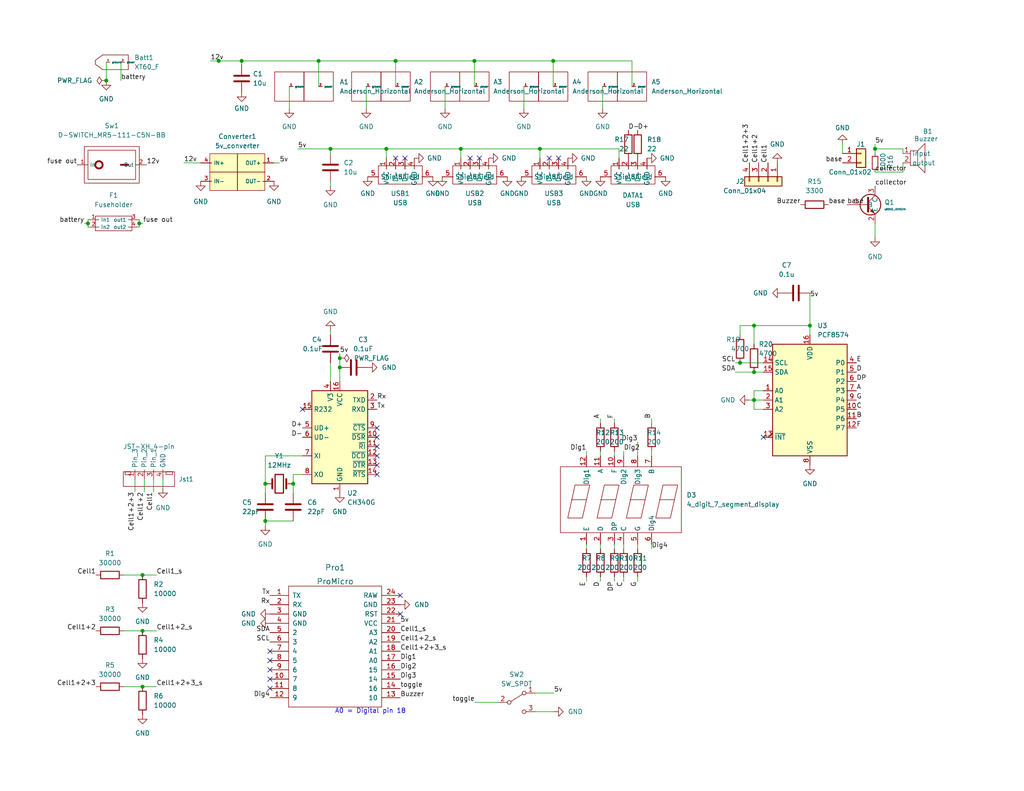
<source format=kicad_sch>
(kicad_sch (version 20230121) (generator eeschema)
  (paper "USLetter")
  (title_block (title "Power Distribution Board") (rev "1") (company "Pioneers in Engineering") (comment 1 "Design By: Justin H."))
  (lib_symbols
    (symbol "5v_converter_1"
      (property "Reference" "U" (at 0 8.5 0))
      (property "Value" "5v_converter_1" (at 0.5 6.5 0))
      (symbol "5v_converter_1_0_0"
        (pin passive line (at 10 2.5 180) (length 3) (name "OUT+") (number "1"))
        (pin passive line (at 10 -2.5 180) (length 3) (name "OUT-") (number "2"))
        (pin passive line (at -10 -2.5 0) (length 3) (name "IN-") (number "3"))
        (pin passive line (at -10 2.5 0) (length 3) (name "IN+") (number "4"))
      )
      (symbol "5v_converter_1_0_1"
        (rectangle (start 0 0) (end -7.5 -5) (fill (type background)))
        (rectangle (start 0 0) (end 7.5 -5) (fill (type background)))
        (rectangle (start 0 5) (end -7.5 0) (fill (type background)))
        (rectangle (start 0 5) (end 7.5 0) (fill (type background)))
      )
    )
    (symbol "Connector_Generic:Conn_01x02" (pin_names (offset 1.016) hide)
      (property "Reference" "J" (at 0 2.54 0))
      (property "Value" "Conn_01x02" (at 0 -5.08 0))
      (symbol "Conn_01x02_1_1"
        (rectangle (start -1.27 -2.413) (end 0 -2.667) (stroke (width 0.1524)))
        (rectangle (start -1.27 0.127) (end 0 -0.127) (stroke (width 0.1524)))
        (rectangle (start -1.27 1.27) (end 1.27 -3.81) (stroke (width 0.254)) (fill (type background)))
        (pin passive line (at -5.08 0 0) (length 3.81) (name "Pin_1") (number "1"))
        (pin passive line (at -5.08 -2.54 0) (length 3.81) (name "Pin_2") (number "2"))
      )
    )
    (symbol "Connector_Generic:Conn_01x04" (pin_names (offset 1.016) hide)
      (property "Reference" "J" (at 0 5.08 0))
      (property "Value" "Conn_01x04" (at 0 -7.62 0))
      (symbol "Conn_01x04_1_1"
        (rectangle (start -1.27 -4.953) (end 0 -5.207) (stroke (width 0.1524)))
        (rectangle (start -1.27 -2.413) (end 0 -2.667) (stroke (width 0.1524)))
        (rectangle (start -1.27 0.127) (end 0 -0.127) (stroke (width 0.1524)))
        (rectangle (start -1.27 2.667) (end 0 2.413) (stroke (width 0.1524)))
        (rectangle (start -1.27 3.81) (end 1.27 -6.35) (stroke (width 0.254)) (fill (type background)))
        (pin passive line (at -5.08 2.54 0) (length 3.81) (name "Pin_1") (number "1"))
        (pin passive line (at -5.08 0 0) (length 3.81) (name "Pin_2") (number "2"))
        (pin passive line (at -5.08 -2.54 0) (length 3.81) (name "Pin_3") (number "3"))
        (pin passive line (at -5.08 -5.08 0) (length 3.81) (name "Pin_4") (number "4"))
      )
    )
    (symbol "Device:C" (pin_numbers hide) (pin_names (offset 0.254))
      (property "Reference" "C" (at 0.635 2.54 0))
      (property "Value" "C" (at 0.635 -2.54 0))
      (symbol "C_0_1"
        (polyline (pts (xy -2.032 -0.762) (xy 2.032 -0.762)) (stroke (width 0.508)))
        (polyline (pts (xy -2.032 0.762) (xy 2.032 0.762)) (stroke (width 0.508)))
      )
      (symbol "C_1_1"
        (pin passive line (at 0 3.81 270) (length 2.794) (name "~") (number "1"))
        (pin passive line (at 0 -3.81 90) (length 2.794) (name "~") (number "2"))
      )
    )
    (symbol "Device:Crystal" (pin_numbers hide) (pin_names (offset 1.016) hide)
      (property "Reference" "Y" (at 0 3.81 0))
      (property "Value" "Crystal" (at 0 -3.81 0))
      (symbol "Crystal_0_1"
        (rectangle (start -1.143 2.54) (end 1.143 -2.54) (stroke (width 0.3048)))
        (polyline (pts (xy -2.54 0) (xy -1.905 0)))
        (polyline (pts (xy -1.905 -1.27) (xy -1.905 1.27)) (stroke (width 0.508)))
        (polyline (pts (xy 1.905 -1.27) (xy 1.905 1.27)) (stroke (width 0.508)))
        (polyline (pts (xy 2.54 0) (xy 1.905 0)))
      )
      (symbol "Crystal_1_1"
        (pin passive line (at -3.81 0 0) (length 1.27) (name "1") (number "1"))
        (pin passive line (at 3.81 0 180) (length 1.27) (name "2") (number "2"))
      )
    )
    (symbol "Device:R" (pin_numbers hide) (pin_names (offset 0))
      (property "Reference" "R" (at 2.032 0 90))
      (property "Value" "R" (at 0 0 90))
      (symbol "R_0_1"
        (rectangle (start -1.016 -2.54) (end 1.016 2.54) (stroke (width 0.254)))
      )
      (symbol "R_1_1"
        (pin passive line (at 0 3.81 270) (length 1.27) (name "~") (number "1"))
        (pin passive line (at 0 -3.81 90) (length 1.27) (name "~") (number "2"))
      )
    )
    (symbol "Device:R_Small" (pin_numbers hide) (pin_names (offset 0.254) hide)
      (property "Reference" "R" (at 0.762 0.508 0))
      (property "Value" "R_Small" (at 0.762 -1.016 0))
      (symbol "R_Small_0_1"
        (rectangle (start -0.762 1.778) (end 0.762 -1.778) (stroke (width 0.2032)))
      )
      (symbol "R_Small_1_1"
        (pin passive line (at 0 2.54 270) (length 0.762) (name "~") (number "1"))
        (pin passive line (at 0 -2.54 90) (length 0.762) (name "~") (number "2"))
      )
    )
    (symbol "Interface_Expansion:PCF8574"
      (property "Reference" "U" (at -8.89 16.51 0))
      (property "Value" "PCF8574" (at 2.54 16.51 0))
      (symbol "PCF8574_0_1"
        (rectangle (start -10.16 15.24) (end 10.16 -15.24) (stroke (width 0.254)) (fill (type background)))
      )
      (symbol "PCF8574_1_1"
        (pin input line (at -12.7 2.54 0) (length 2.54) (name "A0") (number "1"))
        (pin bidirectional line (at 12.7 -2.54 180) (length 2.54) (name "P5") (number "10"))
        (pin bidirectional line (at 12.7 -5.08 180) (length 2.54) (name "P6") (number "11"))
        (pin bidirectional line (at 12.7 -7.62 180) (length 2.54) (name "P7") (number "12"))
        (pin open_collector output_low (at -12.7 -10.16 0) (length 2.54) (name "~{INT}") (number "13"))
        (pin input line (at -12.7 10.16 0) (length 2.54) (name "SCL") (number "14"))
        (pin bidirectional line (at -12.7 7.62 0) (length 2.54) (name "SDA") (number "15"))
        (pin power_in line (at 0 17.78 270) (length 2.54) (name "VDD") (number "16"))
        (pin input line (at -12.7 0 0) (length 2.54) (name "A1") (number "2"))
        (pin input line (at -12.7 -2.54 0) (length 2.54) (name "A2") (number "3"))
        (pin bidirectional line (at 12.7 10.16 180) (length 2.54) (name "P0") (number "4"))
        (pin bidirectional line (at 12.7 7.62 180) (length 2.54) (name "P1") (number "5"))
        (pin bidirectional line (at 12.7 5.08 180) (length 2.54) (name "P2") (number "6"))
        (pin bidirectional line (at 12.7 2.54 180) (length 2.54) (name "P3") (number "7"))
        (pin power_in line (at 0 -17.78 90) (length 2.54) (name "VSS") (number "8"))
        (pin bidirectional line (at 12.7 0 180) (length 2.54) (name "P4") (number "9"))
      )
    )
    (symbol "Interface_USB:CH340G"
      (property "Reference" "U" (at -5.08 13.97 0))
      (property "Value" "CH340G" (at 1.27 13.97 0))
      (symbol "CH340G_0_1"
        (rectangle (start -7.62 12.7) (end 7.62 -12.7) (stroke (width 0.254)) (fill (type background)))
      )
      (symbol "CH340G_1_1"
        (pin power_in line (at 0 -15.24 90) (length 2.54) (name "GND") (number "1"))
        (pin input line (at 10.16 0 180) (length 2.54) (name "~{DSR}") (number "10"))
        (pin input line (at 10.16 -2.54 180) (length 2.54) (name "~{RI}") (number "11"))
        (pin input line (at 10.16 -5.08 180) (length 2.54) (name "~{DCD}") (number "12"))
        (pin output line (at 10.16 -7.62 180) (length 2.54) (name "~{DTR}") (number "13"))
        (pin output line (at 10.16 -10.16 180) (length 2.54) (name "~{RTS}") (number "14"))
        (pin input line (at -10.16 7.62 0) (length 2.54) (name "R232") (number "15"))
        (pin power_in line (at 0 15.24 270) (length 2.54) (name "VCC") (number "16"))
        (pin output line (at 10.16 10.16 180) (length 2.54) (name "TXD") (number "2"))
        (pin input line (at 10.16 7.62 180) (length 2.54) (name "RXD") (number "3"))
        (pin passive line (at -2.54 15.24 270) (length 2.54) (name "V3") (number "4"))
        (pin bidirectional line (at -10.16 2.54 0) (length 2.54) (name "UD+") (number "5"))
        (pin bidirectional line (at -10.16 0 0) (length 2.54) (name "UD-") (number "6"))
        (pin input line (at -10.16 -5.08 0) (length 2.54) (name "XI") (number "7"))
        (pin output line (at -10.16 -10.16 0) (length 2.54) (name "XO") (number "8"))
        (pin input line (at 10.16 2.54 180) (length 2.54) (name "~{CTS}") (number "9"))
      )
    )
    (symbol "PiE_Symbols:4_digit_7_segment_display"
      (property "Reference" "D" (at 30 -2 0))
      (property "Value" "4_digit_7_segment_display" (at 30 1 0))
      (symbol "4_digit_7_segment_display_0_1"
        (rectangle (start -16 11) (end 17 -7))
        (polyline (pts (xy -9 2) (xy -13 2)))
        (polyline (pts (xy -1 2) (xy -5 2)))
        (polyline (pts (xy 7 2) (xy 3 2)))
        (polyline (pts (xy 15 2) (xy 11 2)))
        (polyline (pts (xy -12 6) (xy -8 6) (xy -10 -3) (xy -14 -3) (xy -12 6)))
        (polyline (pts (xy -4 6) (xy 0 6) (xy -2 -3) (xy -6 -3) (xy -4 6)))
        (polyline (pts (xy 4 6) (xy 8 6) (xy 6 -3) (xy 2 -3) (xy 4 6)))
        (polyline (pts (xy 12 6) (xy 16 6) (xy 14 -3) (xy 10 -3) (xy 12 6)))
      )
      (symbol "4_digit_7_segment_display_1_1"
        (pin passive line (at -8.89 -10.16 90) (length 3) (name "E") (number "1"))
        (pin passive line (at -1.27 13.97 270) (length 3) (name "F") (number "10"))
        (pin passive line (at -5.08 13.97 270) (length 3) (name "A") (number "11"))
        (pin passive line (at -8.89 13.97 270) (length 3) (name "Dig1") (number "12"))
        (pin passive line (at -5.08 -10.16 90) (length 3) (name "D") (number "2"))
        (pin passive line (at -1.27 -10.16 90) (length 3) (name "DP") (number "3"))
        (pin passive line (at 1.27 -10.16 90) (length 3) (name "C") (number "4"))
        (pin passive line (at 5.08 -10.16 90) (length 3) (name "G") (number "5"))
        (pin passive line (at 8.89 -10.16 90) (length 3) (name "Dig4") (number "6"))
        (pin passive line (at 8.89 13.97 270) (length 3) (name "B") (number "7"))
        (pin passive line (at 5.08 13.97 270) (length 3) (name "Dig3") (number "8"))
        (pin passive line (at 1.27 13.97 270) (length 3) (name "Dig2") (number "9"))
      )
    )
    (symbol "PiE_Symbols:Anderson_Horizontal"
      (property "Reference" "U" (at 0 4.54 0))
      (property "Value" "Anderson_Horizontal" (at 0 2 0))
      (symbol "Anderson_Horizontal_0_1"
        (rectangle (start 0 0) (end -8 -8))
        (rectangle (start 0 0) (end 8 -8))
      )
      (symbol "Anderson_Horizontal_1_1"
        (pin passive line (at -4 -4 0) (length 1) (name "ground") (number "1"))
        (pin passive line (at 4 -4 0) (length 1) (name "power") (number "2"))
      )
    )
    (symbol "PiE_Symbols:Buzzer"
      (property "Reference" "B" (at 0 9 0))
      (property "Value" "Buzzer" (at 0 11 0))
      (symbol "Buzzer_0_1"
        (rectangle (start -2 4) (end 2 2))
        (polyline (pts (xy -2 4) (xy -4 6) (xy 4 6) (xy 2 4)))
      )
      (symbol "Buzzer_1_1"
        (pin passive line (at -1.27 0 90) (length 2) (name "input") (number "1"))
        (pin passive line (at 1.27 0 90) (length 2) (name "output") (number "2"))
      )
    )
    (symbol "PiE_Symbols:D-SWITCH_MR5-111-C5N-BB"
      (property "Reference" "Sw" (at 0 6 0))
      (property "Value" "D-SWITCH_MR5-111-C5N-BB" (at 0 8 0))
      (symbol "D-SWITCH_MR5-111-C5N-BB_0_1"
        (rectangle (start -7 5) (end 8 -5))
        (rectangle (start -6 4) (end 7 -4))
        (circle (center -3 0) (radius 1) (stroke (width 0.5)))
        (polyline (pts (xy 3 0) (xy 5 0)) (stroke (width 0.5)))
      )
      (symbol "D-SWITCH_MR5-111-C5N-BB_1_1"
        (pin passive line (at -9 0 0) (length 3) (name "In") (number "1"))
        (pin passive line (at 10 0 180) (length 3) (name "Out") (number "2"))
      )
    )
    (symbol "PiE_Symbols:Fuseholder"
      (property "Reference" "F" (at 0 3 0))
      (property "Value" "Fuseholder" (at 0 5 0))
      (symbol "Fuseholder_0_0"
        (rectangle (start -5 2) (end 5 -2))
      )
      (symbol "Fuseholder_1_1"
        (pin passive line (at -7 1 0) (length 3) (name "in1") (number "1"))
        (pin passive line (at -7 -1 0) (length 3) (name "in2") (number "2"))
        (pin passive line (at 7 1 180) (length 3) (name "out1") (number "3"))
        (pin passive line (at 7 -1 180) (length 3) (name "out2") (number "4"))
      )
    )
    (symbol "PiE_Symbols:JST-XH_4-pin"
      (property "Reference" "Jst" (at 0 -10.16 0))
      (property "Value" "JST-XH_4-pin" (at 1.27 -8.89 0))
      (symbol "JST-XH_4-pin_0_1"
        (rectangle (start -7 2) (end 7 -2))
        (rectangle (start -6.5 2) (end -4.95 1.2))
        (rectangle (start 4.65 2) (end 6.45 1.25))
      )
      (symbol "JST-XH_4-pin_1_1"
        (pin passive line (at -3.81 0 90) (length 2.54) (name "Pin_3") (number "1"))
        (pin passive line (at -1.27 0 90) (length 2.54) (name "Pin_2") (number "2"))
        (pin passive line (at 1.27 0 90) (length 2.54) (name "Pin_1") (number "3"))
        (pin input line (at 3.81 0 90) (length 2.54) (name "GND") (number "4"))
      )
    )
    (symbol "PiE_Symbols:ProMicro" (pin_names (offset 1.016))
      (property "Reference" "U" (at 0 24.13 0))
      (property "Value" "ProMicro" (at 0 -13.97 0))
      (symbol "ProMicro_0_1"
        (rectangle (start -12.7 21.59) (end 12.7 -11.43))
      )
      (symbol "ProMicro_1_1"
        (pin bidirectional line (at -17.78 19.05 0) (length 5.08) (name "TX") (number "1"))
        (pin bidirectional line (at -17.78 -3.81 0) (length 5.08) (name "7") (number "10"))
        (pin bidirectional line (at -17.78 -6.35 0) (length 5.08) (name "8") (number "11"))
        (pin bidirectional line (at -17.78 -8.89 0) (length 5.08) (name "9") (number "12"))
        (pin bidirectional line (at 17.78 -8.89 180) (length 5.08) (name "10") (number "13"))
        (pin bidirectional line (at 17.78 -6.35 180) (length 5.08) (name "16") (number "14"))
        (pin bidirectional line (at 17.78 -3.81 180) (length 5.08) (name "14") (number "15"))
        (pin bidirectional line (at 17.78 -1.27 180) (length 5.08) (name "15") (number "16"))
        (pin bidirectional line (at 17.78 1.27 180) (length 5.08) (name "A0") (number "17"))
        (pin bidirectional line (at 17.78 3.81 180) (length 5.08) (name "A1") (number "18"))
        (pin bidirectional line (at 17.78 6.35 180) (length 5.08) (name "A2") (number "19"))
        (pin bidirectional line (at -17.78 16.51 0) (length 5.08) (name "RX") (number "2"))
        (pin bidirectional line (at 17.78 8.89 180) (length 5.08) (name "A3") (number "20"))
        (pin power_in line (at 17.78 11.43 180) (length 5.08) (name "VCC") (number "21"))
        (pin input line (at 17.78 13.97 180) (length 5.08) (name "RST") (number "22"))
        (pin power_in line (at 17.78 16.51 180) (length 5.08) (name "GND") (number "23"))
        (pin power_out line (at 17.78 19.05 180) (length 5.08) (name "RAW") (number "24"))
        (pin power_in line (at -17.78 13.97 0) (length 5.08) (name "GND") (number "3"))
        (pin power_in line (at -17.78 11.43 0) (length 5.08) (name "GND") (number "4"))
        (pin bidirectional line (at -17.78 8.89 0) (length 5.08) (name "2") (number "5"))
        (pin bidirectional line (at -17.78 6.35 0) (length 5.08) (name "3") (number "6"))
        (pin bidirectional line (at -17.78 3.81 0) (length 5.08) (name "4") (number "7"))
        (pin bidirectional line (at -17.78 1.27 0) (length 5.08) (name "5") (number "8"))
        (pin bidirectional line (at -17.78 -1.27 0) (length 5.08) (name "6") (number "9"))
      )
    )
    (symbol "PiE_Symbols:USB_Type_A_903-331A1011D10100"
      (property "Reference" "USB" (at 0 10 0))
      (property "Value" "USB_Type_A_903-331A1011D10100" (at 1 12 0))
      (symbol "USB_Type_A_903-331A1011D10100_0_1"
        (rectangle (start -6 2) (end 6 -3))
      )
      (symbol "USB_Type_A_903-331A1011D10100_1_1"
        (pin passive line (at 3.81 -5.08 90) (length 3) (name "VCC") (number "1"))
        (pin passive line (at 1.27 -5.08 90) (length 3) (name "D-") (number "2"))
        (pin passive line (at -1.27 -5.08 90) (length 3) (name "D+") (number "3"))
        (pin passive line (at -3.81 -5.08 90) (length 3) (name "GND") (number "4"))
        (pin passive line (at 8.89 0 180) (length 3) (name "Shield") (number "5"))
        (pin passive line (at -8.89 0 0) (length 3) (name "Shield") (number "6"))
      )
    )
    (symbol "PiE_Symbols:XT60_F"
      (property "Reference" "U" (at 0 3.81 0))
      (property "Value" "XT60_F" (at 0 1.27 0))
      (symbol "XT60_F_0_1"
        (polyline (pts (xy -5 -1.5) (xy -5 -2.5)))
        (polyline (pts (xy -5 -1.5) (xy -3 0)))
        (polyline (pts (xy -3 -4) (xy -5 -2.5)))
        (polyline (pts (xy -3 -4) (xy 4 -4)))
        (polyline (pts (xy 4 -4) (xy 4 0)))
        (polyline (pts (xy 4 0) (xy -3 0)))
      )
      (symbol "XT60_F_1_1"
        (pin passive line (at -2 -2 0) (length 1) (name "ground") (number "1"))
        (pin passive line (at 2 -2 0) (length 1) (name "power") (number "2"))
      )
    )
    (symbol "PiE_Symbols:s8050_JSMSEMI"
      (property "Reference" "Q" (at -3.5 3 0))
      (property "Value" "s8050_JSMSEMI" (at -4.5 -3.5 0))
      (symbol "s8050_JSMSEMI_0_1"
        (polyline (pts (xy -0.92 -0.5) (xy -0.285 -0.5)))
        (polyline (pts (xy -0.285 0.135) (xy 1.62 2.04)))
        (polyline (pts (xy -0.285 -1.135) (xy 1.62 -3.04) (xy 1.62 -3.04)))
        (polyline (pts (xy -0.285 1.405) (xy -0.285 -2.405) (xy -0.285 -2.405)) (stroke (width 0.508)))
        (polyline (pts (xy 0.35 -2.278) (xy 0.858 -1.77) (xy 1.366 -2.786) (xy 0.35 -2.278) (xy 0.35 -2.278)) (fill (type outline)))
        (circle (center 0.35 -0.5) (radius 2.8194) (stroke (width 0.254)))
      )
      (symbol "s8050_JSMSEMI_1_1"
        (pin input line (at -6 -0.5 0) (length 5.08) (name "B") (number "1"))
        (pin passive line (at 1.62 -5.58 90) (length 2.54) (name "E") (number "2"))
        (pin passive line (at 1.62 4.58 270) (length 2.54) (name "C") (number "3"))
      )
    )
    (symbol "Switch:SW_SPDT" (pin_names (offset 0) hide)
      (property "Reference" "SW" (at 0 4.318 0))
      (property "Value" "SW_SPDT" (at 0 -5.08 0))
      (symbol "SW_SPDT_0_0"
        (circle (center -2.032 0) (radius 0.508))
        (circle (center 2.032 -2.54) (radius 0.508))
      )
      (symbol "SW_SPDT_0_1"
        (polyline (pts (xy -1.524 0.254) (xy 1.651 2.286)))
        (circle (center 2.032 2.54) (radius 0.508))
      )
      (symbol "SW_SPDT_1_1"
        (pin passive line (at 5.08 2.54 180) (length 2.54) (name "A") (number "1"))
        (pin passive line (at -5.08 0 0) (length 2.54) (name "B") (number "2"))
        (pin passive line (at 5.08 -2.54 180) (length 2.54) (name "C") (number "3"))
      )
    )
    (symbol "USB_Type_A_903-331A1011D10100_1"
      (property "Reference" "USB" (at 0 10 0))
      (property "Value" "USB_Type_A_903-331A1011D10100_1" (at 1 12 0))
      (symbol "USB_Type_A_903-331A1011D10100_1_0_1"
        (rectangle (start -6 2) (end 6 -3))
      )
      (symbol "USB_Type_A_903-331A1011D10100_1_1_1"
        (pin passive line (at 3.81 -5.08 90) (length 3) (name "VCC") (number "1"))
        (pin passive line (at 1.27 -5.08 90) (length 3) (name "D-") (number "2"))
        (pin passive line (at -1.27 -5.08 90) (length 3) (name "D+") (number "3"))
        (pin passive line (at -3.81 -5.08 90) (length 3) (name "GND") (number "4"))
        (pin passive line (at 8.89 0 180) (length 3) (name "Shield") (number "5"))
        (pin passive line (at -8.89 0 0) (length 3) (name "Shield") (number "6"))
      )
    )
    (symbol "USB_Type_A_903-331A1011D10100_2"
      (property "Reference" "USB" (at 0 10 0))
      (property "Value" "USB_Type_A_903-331A1011D10100_2" (at 1 12 0))
      (symbol "USB_Type_A_903-331A1011D10100_2_0_1"
        (rectangle (start -6 2) (end 6 -3))
      )
      (symbol "USB_Type_A_903-331A1011D10100_2_1_1"
        (pin passive line (at 3.81 -5.08 90) (length 3) (name "VCC") (number "1"))
        (pin passive line (at 1.27 -5.08 90) (length 3) (name "D-") (number "2"))
        (pin passive line (at -1.27 -5.08 90) (length 3) (name "D+") (number "3"))
        (pin passive line (at -3.81 -5.08 90) (length 3) (name "GND") (number "4"))
        (pin passive line (at 8.89 0 180) (length 3) (name "Shield") (number "5"))
        (pin passive line (at -8.89 0 0) (length 3) (name "Shield") (number "6"))
      )
    )
    (symbol "USB_Type_A_903-331A1011D10100_3"
      (property "Reference" "USB" (at 0 10 0))
      (property "Value" "USB_Type_A_903-331A1011D10100_3" (at 1 12 0))
      (symbol "USB_Type_A_903-331A1011D10100_3_0_1"
        (rectangle (start -6 2) (end 6 -3))
      )
      (symbol "USB_Type_A_903-331A1011D10100_3_1_1"
        (pin passive line (at 3.81 -5.08 90) (length 3) (name "VCC") (number "1"))
        (pin passive line (at 1.27 -5.08 90) (length 3) (name "D-") (number "2"))
        (pin passive line (at -1.27 -5.08 90) (length 3) (name "D+") (number "3"))
        (pin passive line (at -3.81 -5.08 90) (length 3) (name "GND") (number "4"))
        (pin passive line (at 8.89 0 180) (length 3) (name "Shield") (number "5"))
        (pin passive line (at -8.89 0 0) (length 3) (name "Shield") (number "6"))
      )
    )
    (symbol "power:GND" (power) (pin_names (offset 0))
      (property "Value" "GND" (at 0 -3.81 0))
      (symbol "GND_0_1"
        (polyline (pts (xy 0 0) (xy 0 -1.27) (xy 1.27 -1.27) (xy 0 -2.54) (xy -1.27 -1.27) (xy 0 -1.27)))
      )
      (symbol "GND_1_1"
        (pin power_in line (at 0 0 270) (length 0) hide (name "GND") (number "1"))
      )
    )
    (symbol "power:PWR_FLAG" (power) (pin_numbers hide) (pin_names (offset 0) hide)
      (property "Value" "PWR_FLAG" (at 0 3.81 0))
      (symbol "PWR_FLAG_0_0"
        (pin power_out line (at 0 0 90) (length 0) (name "pwr") (number "1"))
      )
      (symbol "PWR_FLAG_0_1"
        (polyline (pts (xy 0 0) (xy 0 1.27) (xy -1.016 1.905) (xy 0 2.54) (xy 1.016 1.905) (xy 0 1.27)))
      )
    )
  )
  (junction (at 238.76 40.64))
  (junction (at 38 61))
  (junction (at 205.74 101.6))
  (junction (at 38.89 157))
  (junction (at 220.98 88.9))
  (junction (at 125.73 40.64))
  (junction (at 65.94 16.63))
  (junction (at 86.94 16.63))
  (junction (at 105.41 40.64))
  (junction (at 38.89 172.24))
  (junction (at 24 61))
  (junction (at 72.39 142.24))
  (junction (at 205.74 109.22))
  (junction (at 129.44 16.63))
  (junction (at 107.94 16.63))
  (junction (at 150.94 16.63))
  (junction (at 92.71 97.79))
  (junction (at 92.71 100.33))
  (junction (at 59.69 16.63))
  (junction (at 205.74 88.9))
  (junction (at 38.89 187.48))
  (junction (at 201.93 99.06))
  (junction (at 29 22))
  (junction (at 80.01 132.08))
  (junction (at 90.17 40.64))
  (junction (at 72.39 132.08))
  (junction (at 147.32 40.64))
  (no_connect (at 102.87 119.38))
  (no_connect (at 149.86 43.18))
  (no_connect (at 102.87 121.92))
  (no_connect (at 128.27 43.18))
  (no_connect (at 102.87 127))
  (no_connect (at 102.87 129.54))
  (no_connect (at 107.95 43.18))
  (no_connect (at 110.49 43.18))
  (no_connect (at 152.4 43.18))
  (no_connect (at 109.22 162.56))
  (no_connect (at 109.22 167.64))
  (no_connect (at 130.81 43.18))
  (no_connect (at 208.28 119.38))
  (no_connect (at 102.87 116.84))
  (no_connect (at 102.87 124.46))
  (no_connect (at 82.55 111.76))
  (no_connect (at 73.66 187.96))
  (no_connect (at 73.66 177.8))
  (no_connect (at 73.66 180.34))
  (no_connect (at 73.66 182.88))
  (no_connect (at 73.66 185.42))
  (wire (pts (xy 246.38 41.91) (xy 246.38 40.64)))
  (wire (pts (xy 177.8 123.19) (xy 177.8 124.46)))
  (wire (pts (xy 170.18 123.19) (xy 170.18 124.46)))
  (wire (pts (xy 92.71 96.52) (xy 92.71 97.79)))
  (wire (pts (xy 105.41 40.64) (xy 125.73 40.64)))
  (wire (pts (xy 78.94 23.63) (xy 78.94 29.63)))
  (wire (pts (xy 90.17 40.64) (xy 105.41 40.64)))
  (wire (pts (xy 38 60) (xy 38 61)))
  (wire (pts (xy 72.39 132.08) (xy 72.39 134.62)))
  (wire (pts (xy 147.32 40.64) (xy 147.32 43.18)))
  (wire (pts (xy 163.83 123.19) (xy 163.83 124.46)))
  (wire (pts (xy 200.66 101.6) (xy 205.74 101.6)))
  (wire (pts (xy 39.37 130.81) (xy 39.37 134.31)))
  (wire (pts (xy 90.17 99.06) (xy 90.17 104.14)))
  (wire (pts (xy 86.94 16.63) (xy 86.94 23.63)))
  (wire (pts (xy 86.94 16.63) (xy 107.94 16.63)))
  (wire (pts (xy 41.91 130.81) (xy 41.91 134.31)))
  (wire (pts (xy 205.74 106.68) (xy 208.28 106.68)))
  (wire (pts (xy 177.8 148.59) (xy 177.8 149.86)))
  (wire (pts (xy 160.02 123.19) (xy 160.02 124.46)))
  (wire (pts (xy 173.99 148.59) (xy 173.99 149.86)))
  (wire (pts (xy 50.18 44.44) (xy 54.77 44.49)))
  (wire (pts (xy 129.54 191.77) (xy 135.89 191.77)))
  (wire (pts (xy 125.73 40.64) (xy 147.32 40.64)))
  (wire (pts (xy 164.44 23.63) (xy 164.44 29.63)))
  (wire (pts (xy 205.74 88.9) (xy 220.98 88.9)))
  (wire (pts (xy 38 61) (xy 38 62)))
  (wire (pts (xy 82.55 124.46) (xy 72.39 124.46)))
  (wire (pts (xy 57.44 16.63) (xy 59.69 16.63)))
  (wire (pts (xy 38.89 187.48) (xy 42.7 187.48)))
  (wire (pts (xy 163.83 114.3) (xy 163.83 115.57)))
  (wire (pts (xy 163.83 157.48) (xy 163.83 158.75)))
  (wire (pts (xy 65.94 16.63) (xy 65.94 17.63)))
  (wire (pts (xy 90.17 91.44) (xy 90.17 90.17)))
  (wire (pts (xy 90.17 49.53) (xy 90.17 50.8)))
  (wire (pts (xy 246.38 44.45) (xy 246.38 46.99)))
  (wire (pts (xy 65.94 25.25) (xy 65.94 25.19)))
  (wire (pts (xy 238.76 39.37) (xy 238.76 40.64)))
  (wire (pts (xy 107.94 16.63) (xy 129.44 16.63)))
  (wire (pts (xy 92.71 97.79) (xy 92.71 100.33)))
  (wire (pts (xy 107.94 16.63) (xy 107.94 23.63)))
  (wire (pts (xy 147.32 40.64) (xy 168.91 40.64)))
  (wire (pts (xy 160.02 148.59) (xy 160.02 149.86)))
  (wire (pts (xy 59.69 16.51) (xy 59.69 16.63)))
  (wire (pts (xy 168.91 40.64) (xy 168.91 43.18)))
  (wire (pts (xy 220.98 88.9) (xy 220.98 91.44)))
  (wire (pts (xy 72.39 124.46) (xy 72.39 132.08)))
  (wire (pts (xy 238.76 40.64) (xy 246.38 40.64)))
  (wire (pts (xy 33.81 172.24) (xy 38.89 172.24)))
  (wire (pts (xy 201.93 99.06) (xy 208.28 99.06)))
  (wire (pts (xy 44.45 130.81) (xy 44.45 133.35)))
  (wire (pts (xy 24 61) (xy 24 62)))
  (wire (pts (xy 205.74 109.22) (xy 205.74 111.76)))
  (wire (pts (xy 238.76 60.96) (xy 238.76 64.77)))
  (wire (pts (xy 205.74 88.9) (xy 205.74 93.98)))
  (wire (pts (xy 129.44 16.63) (xy 129.44 23.63)))
  (wire (pts (xy 150.94 16.63) (xy 172.44 16.63)))
  (wire (pts (xy 204.47 109.22) (xy 205.74 109.22)))
  (wire (pts (xy 205.74 109.22) (xy 205.74 106.68)))
  (wire (pts (xy 121.44 23.63) (xy 121.44 29.63)))
  (wire (pts (xy 201.93 91.44) (xy 201.93 88.9)))
  (wire (pts (xy 205.74 101.6) (xy 208.28 101.6)))
  (wire (pts (xy 172.44 16.63) (xy 172.44 23.63)))
  (wire (pts (xy 72.39 142.24) (xy 72.39 143.51)))
  (wire (pts (xy 105.41 40.64) (xy 105.41 43.18)))
  (wire (pts (xy 80.01 132.08) (xy 80.01 134.62)))
  (wire (pts (xy 90.17 40.64) (xy 90.17 41.91)))
  (wire (pts (xy 173.99 157.48) (xy 173.99 158.75)))
  (wire (pts (xy 82.55 129.54) (xy 80.01 129.54)))
  (wire (pts (xy 129.44 16.63) (xy 150.94 16.63)))
  (wire (pts (xy 33 17) (xy 33 22)))
  (wire (pts (xy 33.81 157) (xy 38.89 157)))
  (wire (pts (xy 38.89 157) (xy 42.7 157)))
  (wire (pts (xy 125.73 40.64) (xy 125.73 43.18)))
  (wire (pts (xy 205.74 109.22) (xy 208.28 109.22)))
  (wire (pts (xy 72.39 142.24) (xy 80.01 142.24)))
  (wire (pts (xy 173.99 120.65) (xy 173.99 124.46)))
  (wire (pts (xy 92.71 100.33) (xy 92.71 104.14)))
  (wire (pts (xy 146.05 189.23) (xy 151.13 189.23)))
  (wire (pts (xy 81.28 40.64) (xy 90.17 40.64)))
  (wire (pts (xy 146.05 194.31) (xy 151.13 194.31)))
  (wire (pts (xy 170.18 148.59) (xy 170.18 149.86)))
  (wire (pts (xy 160.02 157.48) (xy 160.02 158.75)))
  (wire (pts (xy 150.94 16.63) (xy 150.94 23.63)))
  (wire (pts (xy 38 61) (xy 39 61)))
  (wire (pts (xy 177.8 114.3) (xy 177.8 115.57)))
  (wire (pts (xy 200.66 99.06) (xy 201.93 99.06)))
  (wire (pts (xy 208.28 111.76) (xy 205.74 111.76)))
  (wire (pts (xy 59.69 16.63) (xy 65.94 16.63)))
  (wire (pts (xy 33.81 187.48) (xy 38.89 187.48)))
  (wire (pts (xy 80.01 129.54) (xy 80.01 132.08)))
  (wire (pts (xy 167.64 114.3) (xy 167.64 115.57)))
  (wire (pts (xy 201.93 88.9) (xy 205.74 88.9)))
  (wire (pts (xy 24 60) (xy 24 61)))
  (wire (pts (xy 167.64 123.19) (xy 167.64 124.46)))
  (wire (pts (xy 99.94 23.63) (xy 99.94 29.63)))
  (wire (pts (xy 167.64 157.48) (xy 167.64 158.75)))
  (wire (pts (xy 238.76 46.99) (xy 246.38 46.99)))
  (wire (pts (xy 163.83 148.59) (xy 163.83 149.86)))
  (wire (pts (xy 220.98 80.01) (xy 220.98 88.9)))
  (wire (pts (xy 167.64 148.59) (xy 167.64 149.86)))
  (wire (pts (xy 65.94 16.63) (xy 86.94 16.63)))
  (wire (pts (xy 74.77 44.49) (xy 76.27 44.49)))
  (wire (pts (xy 238.76 40.64) (xy 238.76 41.91)))
  (wire (pts (xy 170.18 157.48) (xy 170.18 158.75)))
  (wire (pts (xy 23 61) (xy 24 61)))
  (wire (pts (xy 29 17) (xy 29 22)))
  (wire (pts (xy 38.89 172.24) (xy 42.7 172.24)))
  (wire (pts (xy 36.83 130.81) (xy 36.83 134.31)))
  (wire (pts (xy 229.87 39.37) (xy 229.87 41.91)))
  (wire (pts (xy 142.94 23.63) (xy 142.94 29.63)))
  (text "A0 = Digital pin 18" (at 91.3556 194.97 0) (effects (font (size 1.27 1.27)) (justify left bottom)))
  (label "A" (at 233.68 106.68 0))
  (label "Rx" (at 73.66 165.1 180))
  (label "E" (at 160.02 158.75 270))
  (label "5v" (at 81.28 40.64 0))
  (label "SCL" (at 200.66 99.06 180))
  (label "B" (at 177.8 114.3 90))
  (label "12v" (at 57.44 16.63 0))
  (label "toggle" (at 129.54 191.77 180))
  (label "Cell1+2+3_s" (at 109.22 177.8 0))
  (label "collector" (at 238.76 50.8 0))
  (label "SCL" (at 73.66 175.26 180))
  (label "5v" (at 238.76 39.37 0))
  (label "B" (at 233.68 114.3 0))
  (label "G" (at 173.99 158.75 270))
  (label "D+" (at 173.99 35.56 0))
  (label "Cell1" (at 41.91 134.31 270))
  (label "Dig2" (at 109.22 182.88 0))
  (label "C" (at 233.68 111.76 0))
  (label "D-" (at 82.55 119.38 180))
  (label "Dig1" (at 109.22 180.34 0))
  (label "DP" (at 233.68 104.14 0))
  (label "Cell1+2+3" (at 204.47 44.45 90))
  (label "toggle" (at 109.22 187.96 0))
  (label "base" (at 226.06 55.88 0))
  (label "12v" (at 50.18 44.44 0))
  (label "5v" (at 220.98 81.28 0))
  (label "battery" (at 33 22 0))
  (label "Cell1_s" (at 42.7 157 0))
  (label "Cell1+2_s" (at 42.7 172.24 0))
  (label "Cell1" (at 209.55 44.45 90))
  (label "Cell1+2+3" (at 36.83 134.31 270))
  (label "base" (at 229.87 44.45 180))
  (label "Dig4" (at 177.8 149.86 0))
  (label "G" (at 233.68 109.22 0))
  (label "Cell1_s" (at 109.22 172.72 0))
  (label "Cell1+2" (at 207.01 44.45 90))
  (label "Buzzer" (at 218.44 55.88 180))
  (label "Dig3" (at 109.22 185.42 0))
  (label "fuse out" (at 21 45 180))
  (label "F" (at 167.64 114.3 90))
  (label "5v" (at 109.22 170.18 0))
  (label "Buzzer" (at 109.22 190.5 0))
  (label "D-" (at 171.45 35.56 0))
  (label "Cell1" (at 26.19 157 180))
  (label "Cell1+2" (at 26.19 172.24 180))
  (label "Cell1+2+3" (at 26.19 187.48 180))
  (label "F" (at 233.68 116.84 0))
  (label "fuse out" (at 39 61 0))
  (label "DP" (at 167.64 158.75 270))
  (label "C" (at 170.18 158.75 270))
  (label "Cell1+2" (at 39.37 134.31 270))
  (label "Tx" (at 102.87 111.76 0))
  (label "Dig4" (at 73.66 190.5 180))
  (label "D" (at 163.83 158.75 270))
  (label "SDA" (at 200.66 101.6 180))
  (label "collector" (at 238.76 46.99 0))
  (label "SDA" (at 73.66 172.72 180))
  (label "Cell1+2+3_s" (at 42.7 187.48 0))
  (label "E" (at 233.68 99.06 0))
  (label "Dig1" (at 160.02 123.19 180))
  (label "base" (at 231.14 55.88 0))
  (label "Dig3" (at 173.99 120.65 180))
  (label "D" (at 233.68 101.6 0))
  (label "5v" (at 76.27 44.49 0))
  (label "Tx" (at 73.66 162.56 180))
  (label "battery" (at 23 61 180))
  (label "5v" (at 92.71 96.52 0))
  (label "5v" (at 151.13 189.23 0))
  (label "Dig2" (at 170.18 123.19 0))
  (label "A" (at 163.83 114.3 90))
  (label "D+" (at 82.55 116.84 180))
  (label "Cell1+2_s" (at 109.22 175.26 0))
  (label "Rx" (at 102.87 109.22 0))
  (label "12v" (at 40 45 0))
  (symbol (lib_id "Device:R") (at 30 157 90) (unit 1)
    (property "Reference" "R1" (at 30 151.13 90))
    (property "Value" "30000" (at 30 153.67 90))
    (property "Footprint" "Resistor_SMD:R_0603_1608Metric" (effects hide))
  )
  (symbol (lib_id "power:GND") (at 54.77 49.49 0) (unit 1)
    (property "Reference" "#PWR0115" (effects hide))
    (property "Value" "GND" (at 54.77 55.04 0))
  )
  (symbol (lib_id "Device:Crystal") (at 76.2 132.08 0) (unit 1)
    (property "Reference" "Y1" (at 76.2 124.46 0))
    (property "Value" "12MHz" (at 76.2 127 0))
    (property "Footprint" "PiE_Footprints:JYJE S1C12000VWFAC" (effects hide))
  )
  (symbol (lib_id "power:GND") (at 118.11 48.26 0) (unit 1)
    (property "Reference" "#PWR0122" (effects hide))
    (property "Value" "GND" (at 118.11 52.83 0))
  )
  (symbol (lib_id "power:GND") (at 151.13 194.31 90) (unit 1)
    (property "Reference" "#PWR0118" (effects hide))
    (property "Value" "GND" (at 154.94 194.3099 90) (effects (justify right)))
  )
  (symbol (lib_id "Device:R") (at 38.89 176.05 180) (unit 1)
    (property "Reference" "R4" (at 41.91 174.7799 0) (effects (justify right)))
    (property "Value" "10000" (at 41.91 177.3199 0) (effects (justify right)))
    (property "Footprint" "Resistor_SMD:R_0603_1608Metric" (effects hide))
  )
  (symbol (lib_id "power:GND") (at 160.02 48.26 0) (unit 1)
    (property "Reference" "#PWR0114" (effects hide))
    (property "Value" "GND" (at 160.02 52.83 0))
  )
  (symbol (lib_id "power:GND") (at 65.94 25.19 0) (unit 1)
    (property "Reference" "#PWR0108" (effects hide))
    (property "Value" "GND" (at 65.94 29.6 0))
  )
  (symbol (lib_id "Device:R_Small") (at 238.76 44.45 0) (unit 1)
    (property "Reference" "R16" (at 242.924 44.206 90))
    (property "Value" "1000" (at 240.924 44.206 90))
    (property "Footprint" "Resistor_SMD:R_0603_1608Metric" (effects hide))
  )
  (symbol (lib_id "PiE_Symbols:4_digit_7_segment_display") (at 168.91 138.43 0) (unit 1)
    (property "Reference" "D3" (at 187.31 135.1599 0) (effects (justify left)))
    (property "Value" "4_digit_7_segment_display" (at 187.31 137.6999 0) (effects (justify left)))
    (property "Footprint" "PiE_Footprints:LED-SEG-TH_12P-L30.0-W13.7-P2.54-S10.16-BL" (effects hide))
  )
  (symbol (lib_id "Device:R") (at 38.89 160.81 0) (unit 1)
    (property "Reference" "R2" (at 41.91 159.5399 0) (effects (justify left)))
    (property "Value" "10000" (at 41.91 162.0799 0) (effects (justify left)))
    (property "Footprint" "Resistor_SMD:R_0603_1608Metric" (effects hide))
  )
  (symbol (lib_id "power:GND") (at 164.44 29.63 0) (unit 1)
    (property "Reference" "#PWR0105" (effects hide))
    (property "Value" "GND" (at 164.44 34.58 0))
  )
  (symbol (lib_id "Device:C") (at 90.17 95.25 180) (unit 1)
    (property "Reference" "C4" (at 85.09 92.71 0) (effects (justify right)))
    (property "Value" "0.1uF" (at 82.55 95.25 0) (effects (justify right)))
    (property "Footprint" "Capacitor_SMD:C_0603_1608Metric" (effects hide))
  )
  (symbol (lib_id "Device:R") (at 167.64 153.67 0) (unit 1)
    (property "Reference" "R9" (at 166.37 152.4 0) (effects (justify left)))
    (property "Value" "200" (at 165.1 154.94 0) (effects (justify left)))
    (property "Footprint" "Resistor_SMD:R_0603_1608Metric" (effects hide))
  )
  (symbol (lib_id "Interface_USB:CH340G") (at 92.71 119.38 0) (unit 1)
    (property "Reference" "U2" (at 94.7294 134.62 0) (effects (justify left)))
    (property "Value" "CH340G" (at 94.7294 137.16 0) (effects (justify left)))
    (property "Footprint" "PiE_Footprints:CH340g" (effects hide))
    (property "Datasheet" "http://www.datasheet5.com/pdf-local-2195953" (effects hide))
  )
  (symbol (lib_id "power:GND") (at 163.83 48.26 0) (unit 1)
    (property "Reference" "#PWR0113" (effects hide))
    (property "Value" "GND" (at 163.83 52.83 0))
  )
  (symbol (lib_id "power:GND") (at 120.65 48.26 0) (unit 1)
    (property "Reference" "#PWR0123" (effects hide))
    (property "Value" "GND" (at 120.65 52.83 0))
  )
  (symbol (lib_id "Device:R") (at 173.99 39.37 0) (unit 1)
    (property "Reference" "R18" (at 176.53 38.0999 0) (effects (justify left)))
    (property "Value" "22" (at 176.53 40.6399 0) (effects (justify left)))
    (property "Footprint" "Resistor_SMD:R_0603_1608Metric" (effects hide))
  )
  (symbol (lib_id "power:GND") (at 142.24 48.26 0) (unit 1)
    (property "Reference" "#PWR0129" (effects hide))
    (property "Value" "GND" (at 142.24 52.83 0))
  )
  (symbol (lib_id "PiE_Symbols:D-SWITCH_MR5-111-C5N-BB") (at 30 45 0) (unit 1)
    (property "Reference" "Sw1" (at 30.5 34.332 0))
    (property "Value" "D-SWITCH_MR5-111-C5N-BB" (at 30.5 36.872 0))
    (property "Footprint" "PiE_Footprints:Rocker Switch" (effects hide))
  )
  (symbol (lib_id "power:PWR_FLAG") (at 29 22 90) (unit 1)
    (property "Reference" "#FLG0101" (effects hide))
    (property "Value" "PWR_FLAG" (at 25.2 21.9999 90) (effects (justify left)))
  )
  (symbol (lib_name "USB_Type_A_903-331A1011D10100_2") (lib_id "PiE_Symbols:USB_Type_A_903-331A1011D10100") (at 151.13 48.26 180) (unit 1)
    (property "Reference" "USB3" (at 151.13 52.83 0))
    (property "Value" "USB" (at 151.13 55.37 0))
    (property "Footprint" "PiE_Footprints:USB-A_female" (effects hide))
  )
  (symbol (lib_id "power:GND") (at 73.66 167.64 270) (unit 1)
    (property "Reference" "#PWR0131" (effects hide))
    (property "Value" "GND" (at 69.85 167.6399 90) (effects (justify right)))
  )
  (symbol (lib_id "Interface_Expansion:PCF8574") (at 220.98 109.22 0) (unit 1)
    (property "Reference" "U3" (at 222.9994 88.9 0) (effects (justify left)))
    (property "Value" "PCF8574" (at 222.9994 91.44 0) (effects (justify left)))
    (property "Footprint" "PiE_Footprints:PCF8574T" (effects hide))
    (property "Datasheet" "http://www.nxp.com/documents/data_sheet/PCF8574_PCF8574A.pdf" (effects hide))
  )
  (symbol (lib_id "Device:R") (at 163.83 153.67 0) (unit 1)
    (property "Reference" "R8" (at 162.56 152.4 0) (effects (justify left)))
    (property "Value" "200" (at 161.29 154.94 0) (effects (justify left)))
    (property "Footprint" "Resistor_SMD:R_0603_1608Metric" (effects hide))
  )
  (symbol (lib_id "PiE_Symbols:s8050_JSMSEMI") (at 237.14 55.38 0) (unit 1)
    (property "Reference" "Q1" (at 241.3 55.2449 0) (effects (justify left)))
    (property "Value" "s8050_JSMSEMI" (at 241.3 57.15 0) (effects (font (size 0.5 0.5)) (justify left)))
    (property "Footprint" "PiE_Footprints:s8050 JSMSEMI" (effects hide))
  )
  (symbol (lib_id "power:GND") (at 100.33 100.33 90) (unit 1)
    (property "Reference" "#PWR0136" (effects hide))
    (property "Value" "GND" (at 104.14 100.3299 90) (effects (justify right)))
  )
  (symbol (lib_id "PiE_Symbols:USB_Type_A_903-331A1011D10100") (at 109.22 48.26 180) (unit 1)
    (property "Reference" "USB1" (at 109.22 52.83 0))
    (property "Value" "USB" (at 109.22 55.37 0))
    (property "Footprint" "PiE_Footprints:USB-A_female" (effects hide))
  )
  (symbol (lib_id "PiE_Symbols:Anderson_Horizontal") (at 168.44 19.63 0) (unit 1)
    (property "Reference" "A5" (at 177.74 22.3599 0) (effects (justify left)))
    (property "Value" "Anderson_Horizontal" (at 177.74 24.8999 0) (effects (justify left)))
    (property "Footprint" "PiE_Footprints:anderson_horizontal" (effects hide))
  )
  (symbol (lib_name "USB_Type_A_903-331A1011D10100_3") (lib_id "PiE_Symbols:USB_Type_A_903-331A1011D10100") (at 172.72 48.26 180) (unit 1)
    (property "Reference" "DATA1" (at 172.72 53.34 0))
    (property "Value" "USB" (at 172.72 55.88 0))
    (property "Footprint" "PiE_Footprints:USB-A_female" (effects hide))
  )
  (symbol (lib_id "Device:R") (at 30 187.48 270) (unit 1)
    (property "Reference" "R5" (at 30 181.61 90))
    (property "Value" "30000" (at 30 184.15 90))
    (property "Footprint" "Resistor_SMD:R_0603_1608Metric" (effects hide))
  )
  (symbol (lib_id "Device:R") (at 205.74 97.79 0) (unit 1)
    (property "Reference" "R20" (at 207.01 93.98 0) (effects (justify left)))
    (property "Value" "4700" (at 207.01 96.52 0) (effects (justify left)))
    (property "Footprint" "Resistor_SMD:R_0603_1608Metric" (effects hide))
  )
  (symbol (lib_id "PiE_Symbols:Anderson_Horizontal") (at 125.44 19.63 0) (unit 1)
    (property "Reference" "A3" (at 134.56 22.3599 0) (effects (justify left)))
    (property "Value" "Anderson_Horizontal" (at 134.56 24.8999 0) (effects (justify left)))
    (property "Footprint" "PiE_Footprints:anderson_horizontal" (effects hide))
  )
  (symbol (lib_id "power:GND") (at 220.98 127 0) (unit 1)
    (property "Reference" "#PWR0140" (effects hide))
    (property "Value" "GND" (at 220.98 132.08 0))
  )
  (symbol (lib_id "power:GND") (at 113.03 43.18 90) (unit 1)
    (property "Reference" "#PWR0121" (effects hide))
    (property "Value" "GND" (at 116.51 43.1799 90) (effects (justify right)))
  )
  (symbol (lib_id "power:GND") (at 229.87 39.37 180) (unit 1)
    (property "Reference" "#PWR0133" (effects hide))
    (property "Value" "GND" (at 229.87 34.89 0))
  )
  (symbol (lib_id "Device:R") (at 222.25 55.88 90) (unit 1)
    (property "Reference" "R15" (at 222.25 49.53 90))
    (property "Value" "3300" (at 222.25 52.07 90))
    (property "Footprint" "Resistor_SMD:R_0603_1608Metric" (effects hide))
  )
  (symbol (lib_id "PiE_Symbols:XT60_F") (at 31 15 0) (unit 1)
    (property "Reference" "Batt1" (at 36.63 15.7299 0) (effects (justify left)))
    (property "Value" "XT60_F" (at 36.63 18.2699 0) (effects (justify left)))
    (property "Footprint" "PiE_Footprints:AMASS_XT60-M_1x02_P7.20mm_Vertical" (effects hide))
  )
  (symbol (lib_name "5v_converter_1") (lib_id "PiE_Symbols:5v_converter") (at 64.77 46.99 0) (unit 1)
    (property "Reference" "Converter1" (at 64.77 37.26 0))
    (property "Value" "5v_converter" (at 64.77 39.8 0))
    (property "Footprint" "PiE_Footprints:5v_converter" (effects hide))
  )
  (symbol (lib_id "PiE_Symbols:Anderson_Horizontal") (at 103.94 19.63 0) (unit 1)
    (property "Reference" "A2" (at 112.97 22.3599 0) (effects (justify left)))
    (property "Value" "Anderson_Horizontal" (at 112.97 24.8999 0) (effects (justify left)))
    (property "Footprint" "PiE_Footprints:anderson_horizontal" (effects hide))
  )
  (symbol (lib_id "power:GND") (at 238.76 64.77 0) (unit 1)
    (property "Reference" "#PWR0134" (effects hide))
    (property "Value" "GND" (at 238.76 70.104 0))
  )
  (symbol (lib_id "power:PWR_FLAG") (at 92.71 97.79 270) (unit 1)
    (property "Reference" "#FLG0102" (effects hide))
    (property "Value" "PWR_FLAG" (at 96.52 97.7899 90) (effects (justify left)))
  )
  (symbol (lib_id "Switch:SW_SPDT") (at 140.97 191.77 0) (unit 1)
    (property "Reference" "SW2" (at 140.97 184.15 0))
    (property "Value" "SW_SPDT" (at 140.97 186.69 0))
    (property "Footprint" "PiE_Footprints:DEALON SS-12D01-G3" (effects hide))
  )
  (symbol (lib_id "power:GND") (at 92.71 134.62 0) (unit 1)
    (property "Reference" "#PWR0139" (effects hide))
    (property "Value" "GND" (at 92.71 139.7 0))
  )
  (symbol (lib_id "Device:C") (at 96.52 100.33 90) (unit 1)
    (property "Reference" "C3" (at 99.06 92.71 90))
    (property "Value" "0.1uF" (at 99.06 95.25 90))
    (property "Footprint" "Capacitor_SMD:C_0603_1608Metric" (effects hide))
  )
  (symbol (lib_id "Device:C") (at 65.94 21.44 0) (unit 1)
    (property "Reference" "C1" (at 68.988 20.1699 0) (effects (justify left)))
    (property "Value" "10u" (at 68.988 22.7099 0) (effects (justify left)))
    (property "Footprint" "Capacitor_THT:CP_Radial_D5.0mm_P2.00mm" (effects hide))
  )
  (symbol (lib_name "USB_Type_A_903-331A1011D10100_1") (lib_id "PiE_Symbols:USB_Type_A_903-331A1011D10100") (at 129.54 48.26 180) (unit 1)
    (property "Reference" "USB2" (at 129.54 52.83 0))
    (property "Value" "USB" (at 129.54 55.37 0))
    (property "Footprint" "PiE_Footprints:USB-A_female" (effects hide))
  )
  (symbol (lib_id "Device:C") (at 217.17 80.01 90) (unit 1)
    (property "Reference" "C7" (at 214.63 72.39 90))
    (property "Value" "0.1u" (at 214.63 74.93 90))
    (property "Footprint" "Capacitor_SMD:C_0603_1608Metric" (effects hide))
  )
  (symbol (lib_id "power:GND") (at 90.17 50.8 0) (unit 1)
    (property "Reference" "#PWR0109" (effects hide))
    (property "Value" "GND" (at 90.17 55.91 0))
  )
  (symbol (lib_id "Connector_Generic:Conn_01x04") (at 209.55 49.53 270) (unit 1)
    (property "Reference" "J2" (at 201.93 49.53 90))
    (property "Value" "Conn_01x04" (at 203.2 52.07 90))
    (property "Footprint" "PiE_Footprints:PinHeader_1x04_P2.54mm_Vertical" (effects hide))
  )
  (symbol (lib_id "Device:R") (at 171.45 39.37 0) (unit 1)
    (property "Reference" "R17" (at 167.64 38.1 0) (effects (justify left)))
    (property "Value" "22" (at 168.91 40.64 0) (effects (justify left)))
    (property "Footprint" "Resistor_SMD:R_0603_1608Metric" (effects hide))
  )
  (symbol (lib_id "power:GND") (at 74.77 49.49 0) (unit 1)
    (property "Reference" "#PWR0116" (effects hide))
    (property "Value" "GND" (at 74.77 55.04 0))
  )
  (symbol (lib_id "Device:R") (at 177.8 119.38 0) (unit 1)
    (property "Reference" "R14" (at 176.53 118.11 0) (effects (justify left)))
    (property "Value" "200" (at 176.53 120.65 0) (effects (justify left)))
    (property "Footprint" "Resistor_SMD:R_0603_1608Metric" (effects hide))
  )
  (symbol (lib_id "PiE_Symbols:ProMicro") (at 91.44 181.61 0) (unit 1)
    (property "Reference" "Pro1" (at 91.44 154.94 0) (effects (font (size 1.524 1.524))))
    (property "Value" "ProMicro" (at 91.44 158.75 0) (effects (font (size 1.524 1.524))))
    (property "Footprint" "PiE_Footprints:ProMicro-EnforcedTop" (effects hide))
  )
  (symbol (lib_id "power:GND") (at 38.89 164.62 0) (unit 1)
    (property "Reference" "#PWR0125" (effects hide))
    (property "Value" "GND" (at 38.89 169.7 0))
  )
  (symbol (lib_id "power:GND") (at 90.17 90.17 180) (unit 1)
    (property "Reference" "#PWR0137" (effects hide))
    (property "Value" "GND" (at 90.17 85.09 0))
  )
  (symbol (lib_id "power:GND") (at 73.66 170.18 270) (unit 1)
    (property "Reference" "#PWR0132" (effects hide))
    (property "Value" "GND" (at 69.85 170.1799 90) (effects (justify right)))
  )
  (symbol (lib_id "power:GND") (at 109.22 165.1 90) (unit 1)
    (property "Reference" "#PWR0120" (effects hide))
    (property "Value" "GND" (at 113.03 165.0999 90) (effects (justify right)))
  )
  (symbol (lib_id "power:GND") (at 142.94 29.63 0) (unit 1)
    (property "Reference" "#PWR0106" (effects hide))
    (property "Value" "GND" (at 142.94 34.58 0))
  )
  (symbol (lib_id "Device:C") (at 80.01 138.43 0) (unit 1)
    (property "Reference" "C6" (at 83.82 137.1599 0) (effects (justify left)))
    (property "Value" "22pF" (at 83.82 139.6999 0) (effects (justify left)))
    (property "Footprint" "Capacitor_SMD:C_0603_1608Metric" (effects hide))
  )
  (symbol (lib_id "PiE_Symbols:Anderson_Horizontal") (at 146.94 19.63 0) (unit 1)
    (property "Reference" "A4" (at 156.15 22.3599 0) (effects (justify left)))
    (property "Value" "Anderson_Horizontal" (at 156.15 24.8999 0) (effects (justify left)))
    (property "Footprint" "PiE_Footprints:anderson_horizontal" (effects hide))
  )
  (symbol (lib_id "Device:R") (at 201.93 95.25 0) (unit 1)
    (property "Reference" "R19" (at 198.12 92.71 0) (effects (justify left)))
    (property "Value" "4700" (at 199.39 95.25 0) (effects (justify left)))
    (property "Footprint" "Resistor_SMD:R_0603_1608Metric" (effects hide))
  )
  (symbol (lib_id "power:GND") (at 72.39 143.51 0) (unit 1)
    (property "Reference" "#PWR0138" (effects hide))
    (property "Value" "GND" (at 72.39 148.59 0))
  )
  (symbol (lib_id "Connector_Generic:Conn_01x02") (at 234.95 41.91 0) (unit 1)
    (property "Reference" "J1" (at 233.68 39.37 0) (effects (justify left)))
    (property "Value" "Conn_01x02" (at 226.06 46.99 0) (effects (justify left)))
    (property "Footprint" "PiE_Footprints:PinHeader_1x02_P2.54mm_Vertical" (effects hide))
  )
  (symbol (lib_id "power:GND") (at 181.61 48.26 0) (unit 1)
    (property "Reference" "#PWR0110" (effects hide))
    (property "Value" "GND" (at 181.61 52.83 0))
  )
  (symbol (lib_id "power:GND") (at 38.89 179.86 0) (unit 1)
    (property "Reference" "#PWR0126" (effects hide))
    (property "Value" "GND" (at 38.89 184.94 0))
  )
  (symbol (lib_id "power:GND") (at 138.43 48.26 0) (unit 1)
    (property "Reference" "#PWR0128" (effects hide))
    (property "Value" "GND" (at 138.43 52.83 0))
  )
  (symbol (lib_id "Device:R") (at 170.18 153.67 0) (unit 1)
    (property "Reference" "R10" (at 168.91 152.4 0) (effects (justify left)))
    (property "Value" "200" (at 168.91 154.94 0) (effects (justify left)))
    (property "Footprint" "Resistor_SMD:R_0603_1608Metric" (effects hide))
  )
  (symbol (lib_id "power:GND") (at 212.09 44.45 180) (unit 1)
    (property "Reference" "#PWR0135" (effects hide))
    (property "Value" "GND" (at 212.09 39.37 0))
  )
  (symbol (lib_id "power:GND") (at 29 22 0) (unit 1)
    (property "Reference" "#PWR0101" (effects hide))
    (property "Value" "GND" (at 29 27.02 0))
  )
  (symbol (lib_id "power:GND") (at 100.33 48.26 0) (unit 1)
    (property "Reference" "#PWR0124" (effects hide))
    (property "Value" "GND" (at 100.33 52.83 0))
  )
  (symbol (lib_id "power:GND") (at 121.44 29.63 0) (unit 1)
    (property "Reference" "#PWR0103" (effects hide))
    (property "Value" "GND" (at 121.44 34.58 0))
  )
  (symbol (lib_id "Device:R") (at 163.83 119.38 0) (unit 1)
    (property "Reference" "R12" (at 162.56 118.11 0) (effects (justify left)))
    (property "Value" "200" (at 162.56 120.65 0) (effects (justify left)))
    (property "Footprint" "Resistor_SMD:R_0603_1608Metric" (effects hide))
  )
  (symbol (lib_id "PiE_Symbols:Anderson_Horizontal") (at 82.94 19.63 0) (unit 1)
    (property "Reference" "A1" (at 92.65 22.3599 0) (effects (justify left)))
    (property "Value" "Anderson_Horizontal" (at 92.65 24.8999 0) (effects (justify left)))
    (property "Footprint" "PiE_Footprints:anderson_horizontal" (effects hide))
  )
  (symbol (lib_id "PiE_Symbols:JST-XH_4-pin") (at 40.64 130.81 0) (unit 1)
    (property "Reference" "Jst1" (at 50.8 130.81 0))
    (property "Value" "JST-XH_4-pin" (at 40.64 121.92 0))
    (property "Footprint" "PiE_Footprints:JST_XH_B4B-XH-A_1x04_P2.50mm_Vertical" (effects hide))
  )
  (symbol (lib_id "power:GND") (at 154.94 43.18 90) (unit 1)
    (property "Reference" "#PWR0117" (effects hide))
    (property "Value" "GND" (at 158.42 43.1799 90) (effects (justify right)))
  )
  (symbol (lib_id "power:GND") (at 44.45 133.35 0) (unit 1)
    (property "Reference" "#PWR0112" (effects hide))
    (property "Value" "GND" (at 44.45 138.64 0))
  )
  (symbol (lib_id "power:GND") (at 133.35 43.18 90) (unit 1)
    (property "Reference" "#PWR0130" (effects hide))
    (property "Value" "GND" (at 136.83 43.1799 90) (effects (justify right)))
  )
  (symbol (lib_id "power:GND") (at 213.36 80.01 270) (unit 1)
    (property "Reference" "#PWR0141" (effects hide))
    (property "Value" "GND" (at 209.55 80.0099 90) (effects (justify right)))
  )
  (symbol (lib_id "power:GND") (at 176.53 43.18 90) (unit 1)
    (property "Reference" "#PWR0111" (effects hide))
    (property "Value" "GND" (at 180.01 43.1799 90) (effects (justify right)))
  )
  (symbol (lib_id "power:GND") (at 99.94 29.63 0) (unit 1)
    (property "Reference" "#PWR0104" (effects hide))
    (property "Value" "GND" (at 99.94 34.58 0))
  )
  (symbol (lib_id "Device:R") (at 167.64 119.38 0) (unit 1)
    (property "Reference" "R13" (at 166.37 118.11 0) (effects (justify left)))
    (property "Value" "200" (at 166.37 120.65 0) (effects (justify left)))
    (property "Footprint" "Resistor_SMD:R_0603_1608Metric" (effects hide))
  )
  (symbol (lib_id "power:GND") (at 78.94 29.63 0) (unit 1)
    (property "Reference" "#PWR0102" (effects hide))
    (property "Value" "GND" (at 78.94 34.58 0))
  )
  (symbol (lib_id "Device:C") (at 72.39 138.43 0) (unit 1)
    (property "Reference" "C5" (at 66.04 137.16 0) (effects (justify left)))
    (property "Value" "22pF" (at 66.04 139.7 0) (effects (justify left)))
    (property "Footprint" "Capacitor_SMD:C_0603_1608Metric" (effects hide))
  )
  (symbol (lib_id "Device:R") (at 160.02 153.67 0) (unit 1)
    (property "Reference" "R7" (at 158.75 152.4 0) (effects (justify left)))
    (property "Value" "200" (at 157.48 154.94 0) (effects (justify left)))
    (property "Footprint" "Resistor_SMD:R_0603_1608Metric" (effects hide))
  )
  (symbol (lib_id "power:GND") (at 38.89 195.1 0) (unit 1)
    (property "Reference" "#PWR0127" (effects hide))
    (property "Value" "GND" (at 38.89 200.18 0))
  )
  (symbol (lib_id "Device:C") (at 90.17 45.72 0) (unit 1)
    (property "Reference" "C2" (at 93.73 44.4499 0) (effects (justify left)))
    (property "Value" "10u" (at 93.73 46.9899 0) (effects (justify left)))
    (property "Footprint" "Capacitor_THT:CP_Radial_D5.0mm_P2.00mm" (effects hide))
  )
  (symbol (lib_id "power:GND") (at 204.47 109.22 270) (unit 1)
    (property "Reference" "#PWR0119" (effects hide))
    (property "Value" "GND" (at 200.66 109.2199 90) (effects (justify right)))
  )
  (symbol (lib_id "Device:R") (at 30 172.24 90) (unit 1)
    (property "Reference" "R3" (at 30 166.37 90))
    (property "Value" "30000" (at 30 168.91 90))
    (property "Footprint" "Resistor_SMD:R_0603_1608Metric" (effects hide))
  )
  (symbol (lib_id "Device:R") (at 38.89 191.29 0) (unit 1)
    (property "Reference" "R6" (at 41.91 190.0199 0) (effects (justify left)))
    (property "Value" "10000" (at 41.91 192.5599 0) (effects (justify left)))
    (property "Footprint" "Resistor_SMD:R_0603_1608Metric" (effects hide))
  )
  (symbol (lib_id "PiE_Symbols:Fuseholder") (at 31 61 0) (unit 1)
    (property "Reference" "F1" (at 31 53.34 0))
    (property "Value" "Fuseholder" (at 31 55.88 0))
    (property "Footprint" "PiE_Footprints:Fuse Holder SMD" (effects hide))
  )
  (symbol (lib_id "PiE_Symbols:Buzzer") (at 246.38 43.18 270) (unit 1)
    (property "Reference" "B1" (at 251.78 35.88 90) (effects (justify left)))
    (property "Value" "Buzzer" (at 249.38 37.88 90) (effects (justify left)))
    (property "Footprint" "PiE_Footprints:Buzzer" (effects hide))
  )
  (symbol (lib_id "Device:R") (at 173.99 153.67 0) (unit 1)
    (property "Reference" "R11" (at 172.72 152.4 0) (effects (justify left)))
    (property "Value" "200" (at 172.72 154.94 0) (effects (justify left)))
    (property "Footprint" "Resistor_SMD:R_0603_1608Metric" (effects hide))
  )
)
</source>
